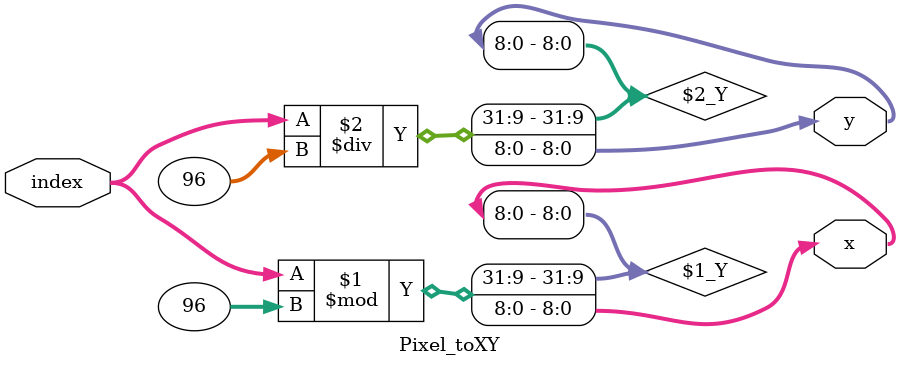
<source format=v>
`timescale 1ns / 1ps


module Pixel_toXY(
    input[12:0] index, 
    output[8:0] x,y
    );
    
    assign x = index % 96;
    assign y = index / 96;
    
endmodule


</source>
